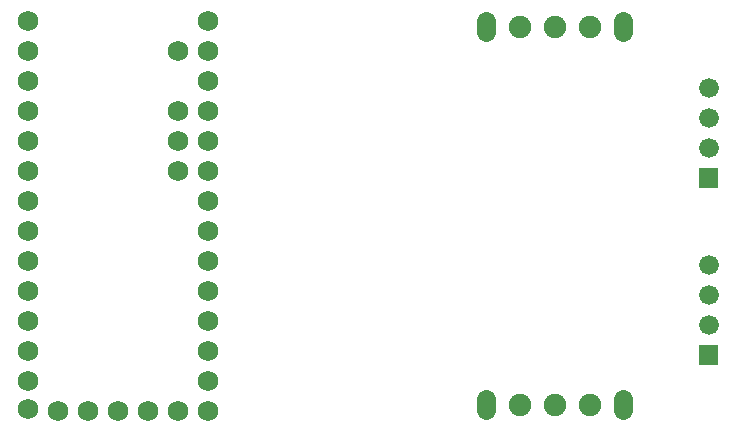
<source format=gbs>
G04 Layer: BottomSolderMaskLayer*
G04 EasyEDA v6.4.25, 2022-02-01T03:32:05+11:00*
G04 a67cddfb3fce44daa9051d46cbbcc19f,10*
G04 Gerber Generator version 0.2*
G04 Scale: 100 percent, Rotated: No, Reflected: No *
G04 Dimensions in millimeters *
G04 leading zeros omitted , absolute positions ,4 integer and 5 decimal *
%FSLAX45Y45*%
%MOMM*%

%ADD30C,1.6016*%
%ADD35C,1.6764*%
%ADD39C,1.9016*%
%ADD40C,1.7272*%

%LPD*%
D30*
X5379999Y421424D02*
G01*
X5379999Y321424D01*
X4219981Y421424D02*
G01*
X4219981Y321424D01*
X5379999Y3621417D02*
G01*
X5379999Y3521417D01*
X4219981Y3621417D02*
G01*
X4219981Y3521417D01*
G36*
X6016243Y706628D02*
G01*
X6016243Y874268D01*
X6183884Y874268D01*
X6183884Y706628D01*
G37*
D35*
G01*
X6100013Y1044422D03*
G01*
X6100013Y1298422D03*
G01*
X6100013Y1552422D03*
G36*
X6016243Y2206497D02*
G01*
X6016243Y2374137D01*
X6183884Y2374137D01*
X6183884Y2206497D01*
G37*
G01*
X6100013Y2544419D03*
G01*
X6100013Y2798419D03*
G01*
X6100013Y3052419D03*
D39*
G01*
X5099989Y371424D03*
G01*
X4799990Y371424D03*
G01*
X4499990Y371424D03*
G01*
X5099989Y3571417D03*
G01*
X4799990Y3571417D03*
G01*
X4499990Y3571417D03*
D40*
G01*
X1861997Y3622420D03*
G01*
X1861997Y3368420D03*
G01*
X1861997Y3114420D03*
G01*
X1861997Y2860420D03*
G01*
X1861997Y2606420D03*
G01*
X1861997Y2352420D03*
G01*
X1861997Y2098420D03*
G01*
X1861997Y1844420D03*
G01*
X1861997Y1590420D03*
G01*
X1861997Y1336420D03*
G01*
X1861997Y1082420D03*
G01*
X1861997Y828420D03*
G01*
X1861997Y574420D03*
G01*
X1861997Y320420D03*
G01*
X1607997Y3368420D03*
G01*
X1607997Y2860420D03*
G01*
X1607997Y2606420D03*
G01*
X1607997Y2352420D03*
G01*
X1607997Y320420D03*
G01*
X1353997Y320420D03*
G01*
X1099997Y320420D03*
G01*
X845997Y320420D03*
G01*
X591997Y320420D03*
G01*
X337997Y333120D03*
G01*
X337997Y574420D03*
G01*
X337997Y828420D03*
G01*
X337997Y1082420D03*
G01*
X337997Y1336420D03*
G01*
X337997Y1590420D03*
G01*
X337997Y1844420D03*
G01*
X337997Y2098420D03*
G01*
X337997Y2352420D03*
G01*
X337997Y2606420D03*
G01*
X337997Y2860420D03*
G01*
X337997Y3114420D03*
G01*
X337997Y3368420D03*
G01*
X337997Y3622420D03*
M02*

</source>
